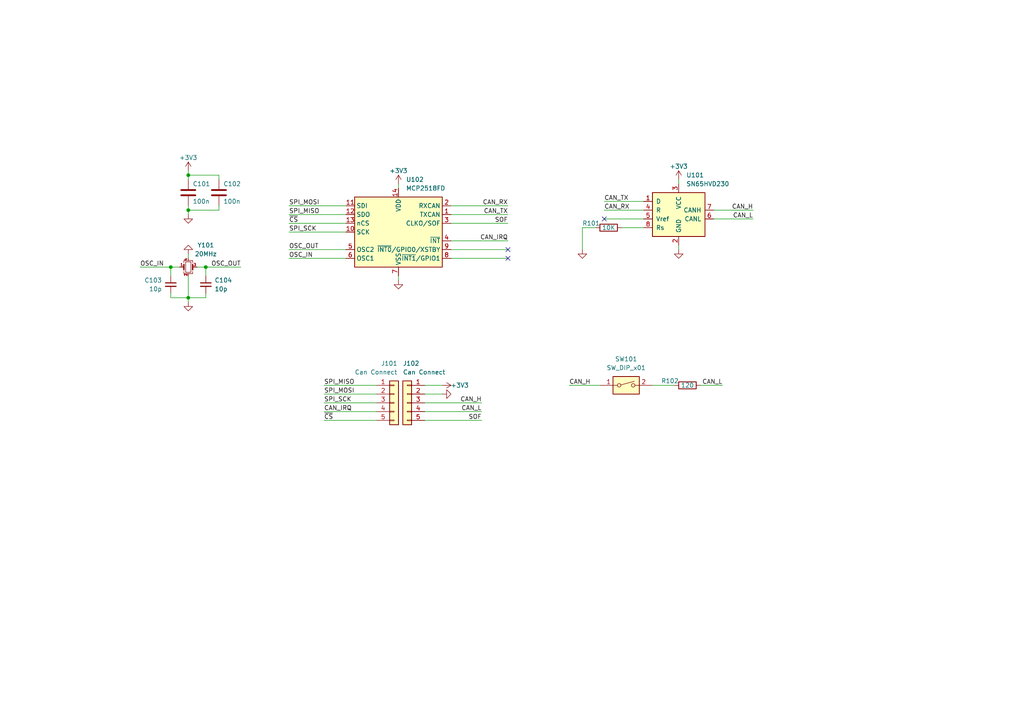
<source format=kicad_sch>
(kicad_sch (version 20230121) (generator eeschema)
  (paper "A4")
  (lib_symbols
    (symbol "Connector_Generic:Conn_01x05" (pin_names (offset 1.016) hide)
      (property "Reference" "J" (at 0 7.62 0))
      (property "Value" "Conn_01x05" (at 0 -7.62 0))
      (symbol "Conn_01x05_1_1"
        (rectangle (start -1.27 -4.953) (end 0 -5.207) (stroke (width 0.1524)))
        (rectangle (start -1.27 -2.413) (end 0 -2.667) (stroke (width 0.1524)))
        (rectangle (start -1.27 0.127) (end 0 -0.127) (stroke (width 0.1524)))
        (rectangle (start -1.27 2.667) (end 0 2.413) (stroke (width 0.1524)))
        (rectangle (start -1.27 5.207) (end 0 4.953) (stroke (width 0.1524)))
        (rectangle (start -1.27 6.35) (end 1.27 -6.35) (stroke (width 0.254)) (fill (type background)))
        (pin passive line (at -5.08 5.08 0) (length 3.81) (name "Pin_1") (number "1"))
        (pin passive line (at -5.08 2.54 0) (length 3.81) (name "Pin_2") (number "2"))
        (pin passive line (at -5.08 0 0) (length 3.81) (name "Pin_3") (number "3"))
        (pin passive line (at -5.08 -2.54 0) (length 3.81) (name "Pin_4") (number "4"))
        (pin passive line (at -5.08 -5.08 0) (length 3.81) (name "Pin_5") (number "5"))
      )
    )
    (symbol "Device:C" (pin_numbers hide) (pin_names (offset 0.254))
      (property "Reference" "C" (at 0.635 2.54 0))
      (property "Value" "C" (at 0.635 -2.54 0))
      (symbol "C_0_1"
        (polyline (pts (xy -2.032 -0.762) (xy 2.032 -0.762)) (stroke (width 0.508)))
        (polyline (pts (xy -2.032 0.762) (xy 2.032 0.762)) (stroke (width 0.508)))
      )
      (symbol "C_1_1"
        (pin passive line (at 0 3.81 270) (length 2.794) (name "~") (number "1"))
        (pin passive line (at 0 -3.81 90) (length 2.794) (name "~") (number "2"))
      )
    )
    (symbol "Device:C_Small" (pin_numbers hide) (pin_names (offset 0.254) hide)
      (property "Reference" "C" (at 0.254 1.778 0))
      (property "Value" "C_Small" (at 0.254 -2.032 0))
      (symbol "C_Small_0_1"
        (polyline (pts (xy -1.524 -0.508) (xy 1.524 -0.508)) (stroke (width 0.3302)))
        (polyline (pts (xy -1.524 0.508) (xy 1.524 0.508)) (stroke (width 0.3048)))
      )
      (symbol "C_Small_1_1"
        (pin passive line (at 0 2.54 270) (length 2.032) (name "~") (number "1"))
        (pin passive line (at 0 -2.54 90) (length 2.032) (name "~") (number "2"))
      )
    )
    (symbol "Device:Crystal_GND24_Small" (pin_names (offset 1.016) hide)
      (property "Reference" "Y" (at 1.27 4.445 0))
      (property "Value" "Crystal_GND24_Small" (at 1.27 2.54 0))
      (symbol "Crystal_GND24_Small_0_1"
        (rectangle (start -0.762 -1.524) (end 0.762 1.524))
        (polyline (pts (xy -1.27 -0.762) (xy -1.27 0.762)) (stroke (width 0.381)))
        (polyline (pts (xy 1.27 -0.762) (xy 1.27 0.762)) (stroke (width 0.381)))
        (polyline (pts (xy -1.27 -1.27) (xy -1.27 -1.905) (xy 1.27 -1.905) (xy 1.27 -1.27)))
        (polyline (pts (xy -1.27 1.27) (xy -1.27 1.905) (xy 1.27 1.905) (xy 1.27 1.27)))
      )
      (symbol "Crystal_GND24_Small_1_1"
        (pin passive line (at -2.54 0 0) (length 1.27) (name "1") (number "1"))
        (pin passive line (at 0 -2.54 90) (length 0.635) (name "2") (number "2"))
        (pin passive line (at 2.54 0 180) (length 1.27) (name "3") (number "3"))
        (pin passive line (at 0 2.54 270) (length 0.635) (name "4") (number "4"))
      )
    )
    (symbol "Device:R" (pin_numbers hide) (pin_names (offset 0))
      (property "Reference" "R" (at 2.032 0 90))
      (property "Value" "R" (at 0 0 90))
      (symbol "R_0_1"
        (rectangle (start -1.016 -2.54) (end 1.016 2.54) (stroke (width 0.254)))
      )
      (symbol "R_1_1"
        (pin passive line (at 0 3.81 270) (length 1.27) (name "~") (number "1"))
        (pin passive line (at 0 -3.81 90) (length 1.27) (name "~") (number "2"))
      )
    )
    (symbol "Interface_CAN_LIN:MCP2517FD-xSL"
      (property "Reference" "U" (at -12.7 12.7 0))
      (property "Value" "MCP2517FD-xSL" (at 2.54 12.7 0))
      (symbol "MCP2517FD-xSL_0_1"
        (rectangle (start -12.7 10.16) (end 12.7 -10.16) (stroke (width 0.254)) (fill (type background)))
      )
      (symbol "MCP2517FD-xSL_1_1"
        (pin output line (at 15.24 5.08 180) (length 2.54) (name "TXCAN") (number "1"))
        (pin input line (at -15.24 0 0) (length 2.54) (name "SCK") (number "10"))
        (pin input line (at -15.24 7.62 0) (length 2.54) (name "SDI") (number "11"))
        (pin output line (at -15.24 5.08 0) (length 2.54) (name "SDO") (number "12"))
        (pin input line (at -15.24 2.54 0) (length 2.54) (name "nCS") (number "13"))
        (pin power_in line (at 0 12.7 270) (length 2.54) (name "VDD") (number "14"))
        (pin input line (at 15.24 7.62 180) (length 2.54) (name "RXCAN") (number "2"))
        (pin output line (at 15.24 2.54 180) (length 2.54) (name "CLKO/SOF") (number "3"))
        (pin output line (at 15.24 -2.54 180) (length 2.54) (name "~{INT}") (number "4"))
        (pin output line (at -15.24 -5.08 0) (length 2.54) (name "OSC2") (number "5"))
        (pin input line (at -15.24 -7.62 0) (length 2.54) (name "OSC1") (number "6"))
        (pin power_in line (at 0 -12.7 90) (length 2.54) (name "VSS") (number "7"))
        (pin bidirectional line (at 15.24 -7.62 180) (length 2.54) (name "~{INT1}/GPIO1") (number "8"))
        (pin bidirectional line (at 15.24 -5.08 180) (length 2.54) (name "~{INT0}/GPIO0/XSTBY") (number "9"))
      )
    )
    (symbol "Interface_CAN_LIN:SN65HVD230" (pin_names (offset 1.016))
      (property "Reference" "U" (at -2.54 10.16 0))
      (property "Value" "SN65HVD230" (at -2.54 7.62 0))
      (symbol "SN65HVD230_0_1"
        (rectangle (start -7.62 5.08) (end 7.62 -7.62) (stroke (width 0.254)) (fill (type background)))
      )
      (symbol "SN65HVD230_1_1"
        (pin input line (at -10.16 2.54 0) (length 2.54) (name "D") (number "1"))
        (pin power_in line (at 0 -10.16 90) (length 2.54) (name "GND") (number "2"))
        (pin power_in line (at 0 7.62 270) (length 2.54) (name "VCC") (number "3"))
        (pin output line (at -10.16 0 0) (length 2.54) (name "R") (number "4"))
        (pin output line (at -10.16 -2.54 0) (length 2.54) (name "Vref") (number "5"))
        (pin bidirectional line (at 10.16 -2.54 180) (length 2.54) (name "CANL") (number "6"))
        (pin bidirectional line (at 10.16 0 180) (length 2.54) (name "CANH") (number "7"))
        (pin input line (at -10.16 -5.08 0) (length 2.54) (name "Rs") (number "8"))
      )
    )
    (symbol "Switch:SW_DIP_x01" (pin_names (offset 0) hide)
      (property "Reference" "SW" (at 0 3.81 0))
      (property "Value" "SW_DIP_x01" (at 0 -3.81 0))
      (symbol "SW_DIP_x01_0_0"
        (circle (center -2.032 0) (radius 0.508))
        (polyline (pts (xy -1.524 0.127) (xy 2.3622 1.1684)))
        (circle (center 2.032 0) (radius 0.508))
      )
      (symbol "SW_DIP_x01_0_1"
        (rectangle (start -3.81 2.54) (end 3.81 -2.54) (stroke (width 0.254)) (fill (type background)))
      )
      (symbol "SW_DIP_x01_1_1"
        (pin passive line (at -7.62 0 0) (length 5.08) (name "~") (number "1"))
        (pin passive line (at 7.62 0 180) (length 5.08) (name "~") (number "2"))
      )
    )
    (symbol "power:+3V3" (power) (pin_names (offset 0))
      (property "Value" "+3V3" (at 0 3.556 0))
      (symbol "+3V3_0_1"
        (polyline (pts (xy -0.762 1.27) (xy 0 2.54)))
        (polyline (pts (xy 0 0) (xy 0 2.54)))
        (polyline (pts (xy 0 2.54) (xy 0.762 1.27)))
      )
      (symbol "+3V3_1_1"
        (pin power_in line (at 0 0 90) (length 0) hide (name "+3V3") (number "1"))
      )
    )
    (symbol "power:GND" (power) (pin_names (offset 0))
      (property "Value" "GND" (at 0 -3.81 0))
      (symbol "GND_0_1"
        (polyline (pts (xy 0 0) (xy 0 -1.27) (xy 1.27 -1.27) (xy 0 -2.54) (xy -1.27 -1.27) (xy 0 -1.27)))
      )
      (symbol "GND_1_1"
        (pin power_in line (at 0 0 270) (length 0) hide (name "GND") (number "1"))
      )
    )
  )
  (junction (at 49.53 77.47))
  (junction (at 54.61 86.36))
  (junction (at 54.61 50.8))
  (junction (at 54.61 60.96))
  (junction (at 59.69 77.47))
  (no_connect (at 147.32 72.39))
  (no_connect (at 147.32 74.93))
  (no_connect (at 175.26 63.5))
  (wire (pts (xy 83.82 62.23) (xy 100.33 62.23)))
  (wire (pts (xy 123.19 121.92) (xy 139.7 121.92)))
  (wire (pts (xy 49.53 85.09) (xy 49.53 86.36)))
  (wire (pts (xy 59.69 77.47) (xy 59.69 80.01)))
  (wire (pts (xy 168.91 66.04) (xy 168.91 72.39)))
  (wire (pts (xy 54.61 87.63) (xy 54.61 86.36)))
  (wire (pts (xy 93.98 114.3) (xy 109.22 114.3)))
  (wire (pts (xy 93.98 119.38) (xy 109.22 119.38)))
  (wire (pts (xy 63.5 60.96) (xy 63.5 59.69)))
  (wire (pts (xy 93.98 111.76) (xy 109.22 111.76)))
  (wire (pts (xy 175.26 58.42) (xy 186.69 58.42)))
  (wire (pts (xy 130.81 74.93) (xy 147.32 74.93)))
  (wire (pts (xy 59.69 86.36) (xy 59.69 85.09)))
  (wire (pts (xy 128.27 111.76) (xy 123.19 111.76)))
  (wire (pts (xy 54.61 60.96) (xy 54.61 59.69)))
  (wire (pts (xy 49.53 77.47) (xy 49.53 80.01)))
  (wire (pts (xy 83.82 64.77) (xy 100.33 64.77)))
  (wire (pts (xy 83.82 72.39) (xy 100.33 72.39)))
  (wire (pts (xy 63.5 52.07) (xy 63.5 50.8)))
  (wire (pts (xy 165.1 111.76) (xy 173.99 111.76)))
  (wire (pts (xy 128.27 114.3) (xy 123.19 114.3)))
  (wire (pts (xy 83.82 74.93) (xy 100.33 74.93)))
  (wire (pts (xy 54.61 73.66) (xy 54.61 74.93)))
  (wire (pts (xy 93.98 121.92) (xy 109.22 121.92)))
  (wire (pts (xy 130.81 59.69) (xy 147.32 59.69)))
  (wire (pts (xy 54.61 50.8) (xy 63.5 50.8)))
  (wire (pts (xy 54.61 50.8) (xy 54.61 52.07)))
  (wire (pts (xy 54.61 86.36) (xy 59.69 86.36)))
  (wire (pts (xy 54.61 60.96) (xy 63.5 60.96)))
  (wire (pts (xy 130.81 72.39) (xy 147.32 72.39)))
  (wire (pts (xy 59.69 77.47) (xy 69.85 77.47)))
  (wire (pts (xy 57.15 77.47) (xy 59.69 77.47)))
  (wire (pts (xy 175.26 60.96) (xy 186.69 60.96)))
  (wire (pts (xy 180.34 66.04) (xy 186.69 66.04)))
  (wire (pts (xy 130.81 69.85) (xy 147.32 69.85)))
  (wire (pts (xy 123.19 116.84) (xy 139.7 116.84)))
  (wire (pts (xy 218.44 63.5) (xy 207.01 63.5)))
  (wire (pts (xy 203.2 111.76) (xy 209.55 111.76)))
  (wire (pts (xy 54.61 60.96) (xy 54.61 62.23)))
  (wire (pts (xy 83.82 67.31) (xy 100.33 67.31)))
  (wire (pts (xy 175.26 63.5) (xy 186.69 63.5)))
  (wire (pts (xy 218.44 60.96) (xy 207.01 60.96)))
  (wire (pts (xy 168.91 66.04) (xy 172.72 66.04)))
  (wire (pts (xy 147.32 64.77) (xy 130.81 64.77)))
  (wire (pts (xy 54.61 49.53) (xy 54.61 50.8)))
  (wire (pts (xy 189.23 111.76) (xy 195.58 111.76)))
  (wire (pts (xy 196.85 71.12) (xy 196.85 72.39)))
  (wire (pts (xy 83.82 59.69) (xy 100.33 59.69)))
  (wire (pts (xy 130.81 62.23) (xy 147.32 62.23)))
  (wire (pts (xy 93.98 116.84) (xy 109.22 116.84)))
  (wire (pts (xy 123.19 119.38) (xy 139.7 119.38)))
  (wire (pts (xy 115.57 81.28) (xy 115.57 80.01)))
  (wire (pts (xy 196.85 52.07) (xy 196.85 53.34)))
  (wire (pts (xy 49.53 77.47) (xy 52.07 77.47)))
  (wire (pts (xy 54.61 80.01) (xy 54.61 86.36)))
  (wire (pts (xy 49.53 86.36) (xy 54.61 86.36)))
  (wire (pts (xy 115.57 53.34) (xy 115.57 54.61)))
  (wire (pts (xy 40.64 77.47) (xy 49.53 77.47)))
  (label "CAN_RX" (at 175.26 60.96 0))
  (label "CAN_L" (at 218.44 63.5 180))
  (label "CAN_L" (at 209.55 111.76 180))
  (label "SOF" (at 139.7 121.92 180))
  (label "SPI_MISO" (at 83.82 62.23 0))
  (label "CAN_TX" (at 175.26 58.42 0))
  (label "~{CS}" (at 83.82 64.77 0))
  (label "CAN_TX" (at 147.32 62.23 180))
  (label "OSC_OUT" (at 69.85 77.47 180))
  (label "OSC_OUT" (at 83.82 72.39 0))
  (label "SPI_MOSI" (at 83.82 59.69 0))
  (label "SPI_SCK" (at 83.82 67.31 0))
  (label "OSC_IN" (at 40.64 77.47 0))
  (label "CAN_H" (at 139.7 116.84 180))
  (label "SPI_SCK" (at 93.98 116.84 0))
  (label "~{CS}" (at 93.98 121.92 0))
  (label "SOF" (at 147.32 64.77 180))
  (label "CAN_H" (at 165.1 111.76 0))
  (label "CAN_L" (at 139.7 119.38 180))
  (label "CAN_IRQ" (at 147.32 69.85 180))
  (label "CAN_H" (at 218.44 60.96 180))
  (label "CAN_RX" (at 147.32 59.69 180))
  (label "SPI_MOSI" (at 93.98 114.3 0))
  (label "OSC_IN" (at 83.82 74.93 0))
  (label "SPI_MISO" (at 93.98 111.76 0))
  (label "CAN_IRQ" (at 93.98 119.38 0))
  (symbol (lib_id "Device:C") (at 54.61 55.88 0) (unit 1)
    (property "Reference" "C101" (at 55.88 53.34 0) (effects (justify left)))
    (property "Value" "100n" (at 55.88 58.42 0) (effects (justify left)))
    (property "Footprint" "Capacitor_SMD:C_0402_1005Metric" (effects hide))
  )
  (symbol (lib_id "power:+3V3") (at 54.61 49.53 0) (unit 1)
    (property "Reference" "#PWR0101" (effects hide))
    (property "Value" "+3V3" (at 54.61 45.72 0))
  )
  (symbol (lib_id "power:GND") (at 168.91 72.39 0) (unit 1)
    (property "Reference" "#PWR0105" (effects hide))
    (property "Value" "GND" (effects hide))
  )
  (symbol (lib_id "Device:C_Small") (at 49.53 82.55 0) (unit 1)
    (property "Reference" "C103" (at 46.99 81.2863 0) (effects (justify right)))
    (property "Value" "10p" (at 46.99 83.8263 0) (effects (justify right)))
    (property "Footprint" "Capacitor_SMD:C_0402_1005Metric" (effects hide))
  )
  (symbol (lib_id "Device:R") (at 176.53 66.04 90) (unit 1)
    (property "Reference" "R101" (at 171.45 64.77 90))
    (property "Value" "10K" (at 176.53 66.04 90))
    (property "Footprint" "Resistor_SMD:R_0402_1005Metric" (effects hide))
  )
  (symbol (lib_id "Connector_Generic:Conn_01x05") (at 114.3 116.84 0) (unit 1)
    (property "Reference" "J101" (at 110.49 105.41 0) (effects (justify left)))
    (property "Value" "Can Connect" (at 102.87 107.95 0) (effects (justify left)))
    (property "Footprint" "Connector_PinHeader_2.54mm:PinHeader_1x05_P2.54mm_Vertical" (effects hide))
  )
  (symbol (lib_id "power:+3V3") (at 115.57 53.34 0) (unit 1)
    (property "Reference" "#PWR0103" (effects hide))
    (property "Value" "+3V3" (at 115.57 49.53 0))
  )
  (symbol (lib_id "power:GND") (at 115.57 81.28 0) (unit 1)
    (property "Reference" "#PWR0108" (effects hide))
    (property "Value" "GND" (effects hide))
  )
  (symbol (lib_id "Interface_CAN_LIN:SN65HVD230") (at 196.85 60.96 0) (unit 1)
    (property "Reference" "U101" (at 199.0441 50.8 0) (effects (justify left)))
    (property "Value" "SN65HVD230" (at 199.0441 53.34 0) (effects (justify left)))
    (property "Footprint" "Package_SO:SOIC-8_3.9x4.9mm_P1.27mm" (effects hide))
    (property "Datasheet" "http://www.ti.com/lit/ds/symlink/sn65hvd230.pdf" (effects hide))
  )
  (symbol (lib_id "Device:Crystal_GND24_Small") (at 54.61 77.47 0) (unit 1)
    (property "Reference" "Y101" (at 59.69 71.12 0))
    (property "Value" "20MHz" (at 59.69 73.66 0))
    (property "Footprint" "Crystal:Crystal_SMD_3225-4Pin_3.2x2.5mm" (effects hide))
  )
  (symbol (lib_id "power:GND") (at 54.61 73.66 180) (unit 1)
    (property "Reference" "#PWR0107" (effects hide))
    (property "Value" "GND" (effects hide))
  )
  (symbol (lib_id "power:+3V3") (at 196.85 52.07 0) (unit 1)
    (property "Reference" "#PWR0102" (effects hide))
    (property "Value" "+3V3" (at 196.85 48.26 0))
  )
  (symbol (lib_id "power:GND") (at 128.27 114.3 90) (unit 1)
    (property "Reference" "#PWR0111" (effects hide))
    (property "Value" "GND" (effects hide))
  )
  (symbol (lib_id "Connector_Generic:Conn_01x05") (at 118.11 116.84 0) (mirror y) (unit 1)
    (property "Reference" "J102" (at 116.84 105.41 0) (effects (justify right)))
    (property "Value" "Can Connect" (at 116.84 107.95 0) (effects (justify right)))
    (property "Footprint" "Connector_PinHeader_2.54mm:PinHeader_1x05_P2.54mm_Vertical" (effects hide))
  )
  (symbol (lib_id "Interface_CAN_LIN:MCP2517FD-xSL") (at 115.57 67.31 0) (unit 1)
    (property "Reference" "U102" (at 117.7641 52.07 0) (effects (justify left)))
    (property "Value" "MCP2518FD" (at 117.7641 54.61 0) (effects (justify left)))
    (property "Footprint" "Package_SO:SOIC-14_3.9x8.7mm_P1.27mm" (effects hide))
    (property "Datasheet" "https://ww1.microchip.com/downloads/en/DeviceDoc/20005688A.pdf" (effects hide))
  )
  (symbol (lib_id "Device:C_Small") (at 59.69 82.55 0) (mirror y) (unit 1)
    (property "Reference" "C104" (at 62.23 81.2863 0) (effects (justify right)))
    (property "Value" "10p" (at 62.23 83.8263 0) (effects (justify right)))
    (property "Footprint" "Capacitor_SMD:C_0402_1005Metric" (effects hide))
  )
  (symbol (lib_id "power:GND") (at 54.61 62.23 0) (unit 1)
    (property "Reference" "#PWR0104" (effects hide))
    (property "Value" "GND" (effects hide))
  )
  (symbol (lib_id "power:+3V3") (at 128.27 111.76 270) (unit 1)
    (property "Reference" "#PWR0110" (effects hide))
    (property "Value" "+3V3" (at 133.35 111.76 90))
  )
  (symbol (lib_id "Device:C") (at 63.5 55.88 0) (unit 1)
    (property "Reference" "C102" (at 64.77 53.34 0) (effects (justify left)))
    (property "Value" "100n" (at 64.77 58.42 0) (effects (justify left)))
    (property "Footprint" "Capacitor_SMD:C_0402_1005Metric" (effects hide))
  )
  (symbol (lib_id "Device:R") (at 199.39 111.76 90) (unit 1)
    (property "Reference" "R102" (at 194.31 110.49 90))
    (property "Value" "120" (at 199.39 111.76 90))
    (property "Footprint" "Resistor_SMD:R_0402_1005Metric" (effects hide))
  )
  (symbol (lib_id "power:GND") (at 54.61 87.63 0) (unit 1)
    (property "Reference" "#PWR0109" (effects hide))
    (property "Value" "GND" (effects hide))
  )
  (symbol (lib_id "power:GND") (at 196.85 72.39 0) (unit 1)
    (property "Reference" "#PWR0106" (effects hide))
    (property "Value" "GND" (effects hide))
  )
  (symbol (lib_id "Switch:SW_DIP_x01") (at 181.61 111.76 0) (unit 1)
    (property "Reference" "SW101" (at 181.61 104.14 0))
    (property "Value" "SW_DIP_x01" (at 181.61 106.68 0))
    (property "Footprint" "Button_Switch_SMD:SW_DIP_SPSTx01_Slide_9.78x4.72mm_W8.61mm_P2.54mm" (effects hide))
  )
)
</source>
